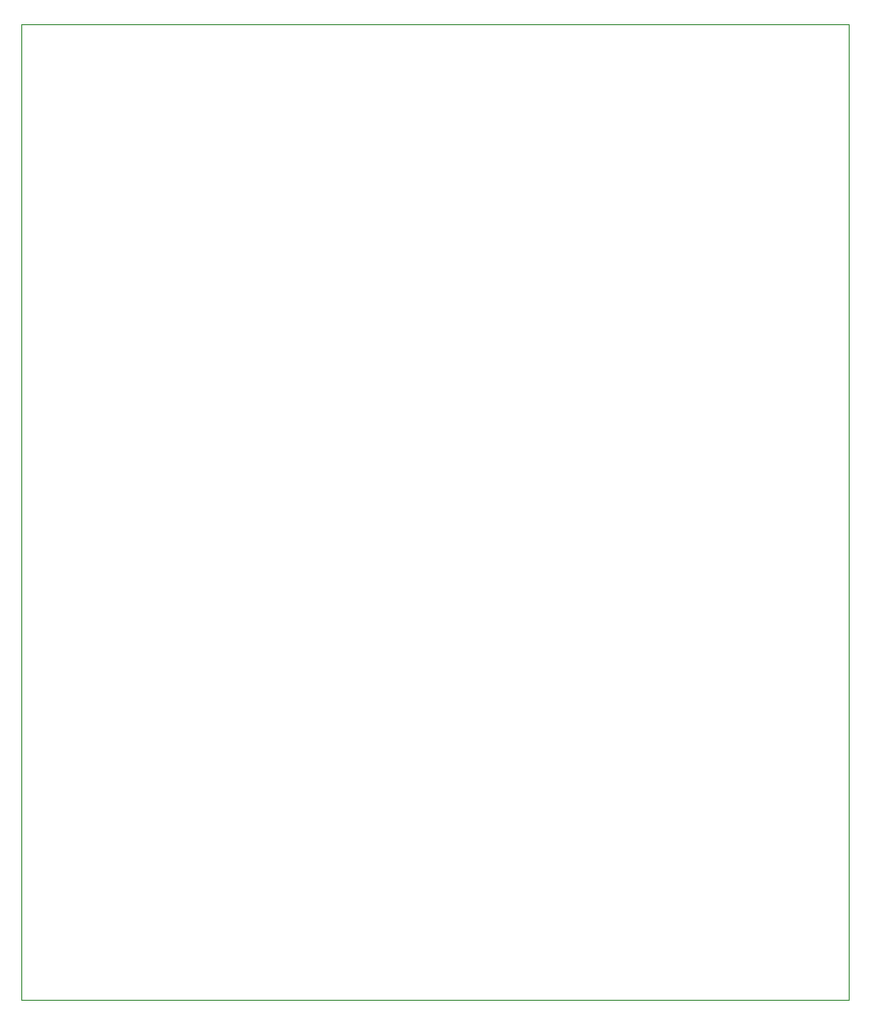
<source format=gm1>
%TF.GenerationSoftware,KiCad,Pcbnew,5.1.9+dfsg1-1*%
%TF.CreationDate,2021-12-02T21:44:05+01:00*%
%TF.ProjectId,STM32F4XX_Hat,53544d33-3246-4345-9858-5f4861742e6b,rev?*%
%TF.SameCoordinates,Original*%
%TF.FileFunction,Profile,NP*%
%FSLAX46Y46*%
G04 Gerber Fmt 4.6, Leading zero omitted, Abs format (unit mm)*
G04 Created by KiCad (PCBNEW 5.1.9+dfsg1-1) date 2021-12-02 21:44:05*
%MOMM*%
%LPD*%
G01*
G04 APERTURE LIST*
%TA.AperFunction,Profile*%
%ADD10C,0.050000*%
%TD*%
G04 APERTURE END LIST*
D10*
X184521000Y-52301000D02*
X112111000Y-52301000D01*
X112111000Y-137501000D02*
X184521000Y-137501000D01*
X112111000Y-137501000D02*
X112111000Y-52301000D01*
X184521000Y-52301000D02*
X184521000Y-137501000D01*
M02*

</source>
